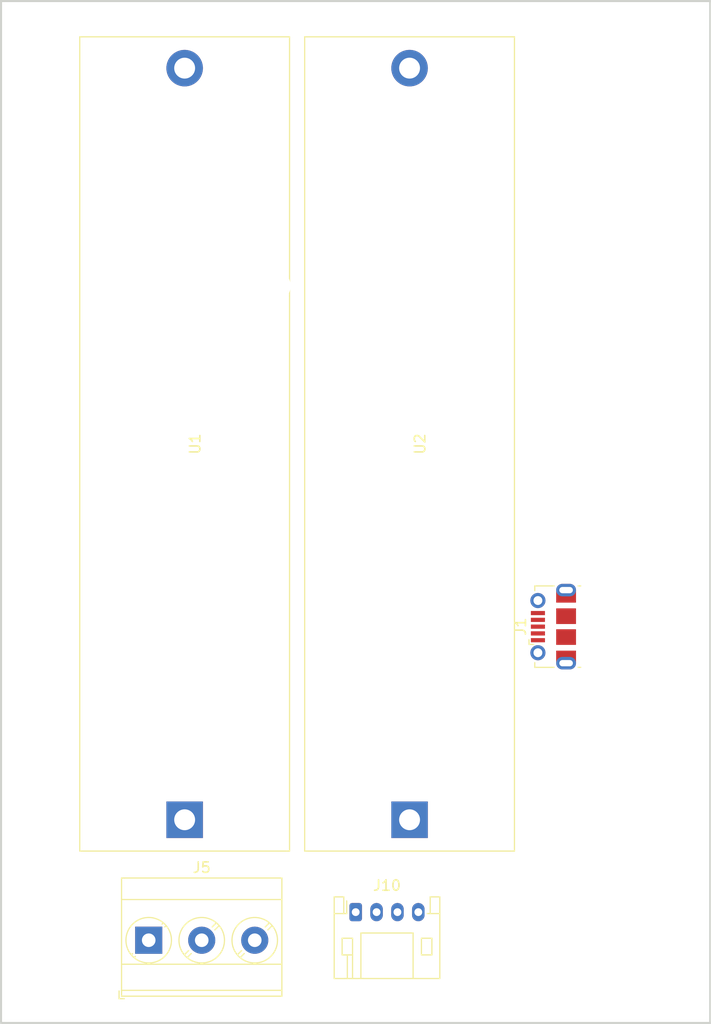
<source format=kicad_pcb>
(kicad_pcb (version 20240108) (generator "pcbnew") (generator_version "8.0")
  (title_block (title "PCB Weather station") (date "2024-11-10") (rev "1.0") (company "CREPP") (comment 1 "By NLG"))
  (layers (0 "F.Cu" signal) (31 "B.Cu" signal) (34 "B.Paste" user) (35 "F.Paste" user) (36 "B.SilkS" user "B.Silkscreen") (37 "F.SilkS" user "F.Silkscreen") (38 "B.Mask" user) (39 "F.Mask" user) (44 "Edge.Cuts" user))
  (net 0 "")
  (footprint "Battery:BatteryHolder_MPD_BH-18650-PC2" (layer "F.Cu") (at 145.3026 105.6804 90)
    (property "Reference" "U1" (at 36 1 270) (layer "F.SilkS"))
    (property "Value" "~")
    (fp_line (start 75 -10.05) (end 75 10.05) (stroke (width 0.12)) (layer "F.SilkS"))
    (fp_line (start -3 -10.05) (end 75 -10.05) (stroke (width 0.12)) (layer "F.SilkS"))
    (fp_line (start 75 10.05) (end -3 10.05) (stroke (width 0.12)) (layer "F.SilkS"))
    (fp_line (start -3 10.05) (end -3 -10.05) (stroke (width 0.12)) (layer "F.SilkS"))
    (pad "" np_thru_hole circle (at 8.645 0 90) (size 3.2 3.2) (drill 3.2) (layers "*.Cu" "*.Mask"))
    (pad "" np_thru_hole circle (at 64.255 0 90) (size 3.2 3.2) (drill 3.2) (layers "*.Cu" "*.Mask"))
    (pad "1" thru_hole rect (at 0 0 90) (size 3.5 3.5) (drill 2) (layers "*.Cu" "*.Mask"))
    (pad "2" thru_hole circle (at 72 0 90) (size 3.5 3.5) (drill 2) (layers "*.Cu" "*.Mask"))
  )
  (footprint "MountingHole:MountingHole_3.2mm_M3" (layer "F.Cu") (at 153.8478 54.5338)
    (property "Reference" "H2" (hide yes))
    (property "Value" "MountingHole_Pad" (hide yes))
    (pad "" np_thru_hole circle (at 0 0) (size 3.2 3.2) (drill 3.2) (layers "*.Cu" "*.Mask"))
  )
  (footprint "Battery:BatteryHolder_MPD_BH-18650-PC2" (layer "F.Cu") (at 166.8526 105.6804 90)
    (property "Reference" "U2" (at 36 1 270) (layer "F.SilkS"))
    (property "Value" "~")
    (fp_line (start 75 -10.05) (end 75 10.05) (stroke (width 0.12)) (layer "F.SilkS"))
    (fp_line (start -3 -10.05) (end 75 -10.05) (stroke (width 0.12)) (layer "F.SilkS"))
    (fp_line (start 75 10.05) (end -3 10.05) (stroke (width 0.12)) (layer "F.SilkS"))
    (fp_line (start -3 10.05) (end -3 -10.05) (stroke (width 0.12)) (layer "F.SilkS"))
    (pad "" np_thru_hole circle (at 8.645 0 90) (size 3.2 3.2) (drill 3.2) (layers "*.Cu" "*.Mask"))
    (pad "" np_thru_hole circle (at 64.255 0 90) (size 3.2 3.2) (drill 3.2) (layers "*.Cu" "*.Mask"))
    (pad "1" thru_hole rect (at 0 0 90) (size 3.5 3.5) (drill 2) (layers "*.Cu" "*.Mask"))
    (pad "2" thru_hole circle (at 72 0 90) (size 3.5 3.5) (drill 2) (layers "*.Cu" "*.Mask"))
  )
  (footprint "MountingHole:MountingHole_3.2mm_M3" (layer "F.Cu") (at 189.6872 118.999)
    (property "Reference" "H4" (hide yes))
    (property "Value" "MountingHole_Pad" (hide yes))
    (pad "" np_thru_hole circle (at 0 0) (size 3.2 3.2) (drill 3.2) (layers "*.Cu" "*.Mask"))
  )
  (footprint "Connector_JST:JST_PH_S4B-PH-K_1x04_P2.00mm_Horizontal" (layer "F.Cu") (at 161.6908 114.5286)
    (property "Reference" "J10" (at 3 -2.55 0) (layer "F.SilkS"))
    (property "Value" "Conn_01x04_Pin")
    (fp_line (start -2.06 -1.46) (end -2.06 6.36) (stroke (width 0.12)) (layer "F.SilkS"))
    (fp_line (start -2.06 0.14) (end -1.14 0.14) (stroke (width 0.12)) (layer "F.SilkS"))
    (fp_line (start -2.06 6.36) (end 8.06 6.36) (stroke (width 0.12)) (layer "F.SilkS"))
    (fp_line (start -1.3 2.5) (end -1.3 4.1) (stroke (width 0.12)) (layer "F.SilkS"))
    (fp_line (start -1.3 4.1) (end -0.3 4.1) (stroke (width 0.12)) (layer "F.SilkS"))
    (fp_line (start -1.14 -1.46) (end -2.06 -1.46) (stroke (width 0.12)) (layer "F.SilkS"))
    (fp_line (start -1.14 0.14) (end -1.14 -1.46) (stroke (width 0.12)) (layer "F.SilkS"))
    (fp_line (start -0.86 0.14) (end -1.14 0.14) (stroke (width 0.12)) (layer "F.SilkS"))
    (fp_line (start -0.86 0.14) (end -0.86 -1.075) (stroke (width 0.12)) (layer "F.SilkS"))
    (fp_line (start -0.8 4.1) (end -0.8 6.36) (stroke (width 0.12)) (layer "F.SilkS"))
    (fp_line (start -0.3 2.5) (end -1.3 2.5) (stroke (width 0.12)) (layer "F.SilkS"))
    (fp_line (start -0.3 4.1) (end -0.3 2.5) (stroke (width 0.12)) (layer "F.SilkS"))
    (fp_line (start -0.3 4.1) (end -0.3 6.36) (stroke (width 0.12)) (layer "F.SilkS"))
    (fp_line (start 0.5 2) (end 5.5 2) (stroke (width 0.12)) (layer "F.SilkS"))
    (fp_line (start 0.5 6.36) (end 0.5 2) (stroke (width 0.12)) (layer "F.SilkS"))
    (fp_line (start 5.5 2) (end 5.5 6.36) (stroke (width 0.12)) (layer "F.SilkS"))
    (fp_line (start 6.3 2.5) (end 7.3 2.5) (stroke (width 0.12)) (layer "F.SilkS"))
    (fp_line (start 6.3 4.1) (end 6.3 2.5) (stroke (width 0.12)) (layer "F.SilkS"))
    (fp_line (start 7.14 -1.46) (end 7.14 0.14) (stroke (width 0.12)) (layer "F.SilkS"))
    (fp_line (start 7.14 0.14) (end 6.86 0.14) (stroke (width 0.12)) (layer "F.SilkS"))
    (fp_line (start 7.3 2.5) (end 7.3 4.1) (stroke (width 0.12)) (layer "F.SilkS"))
    (fp_line (start 7.3 4.1) (end 6.3 4.1) (stroke (width 0.12)) (layer "F.SilkS"))
    (fp_line (start 8.06 -1.46) (end 7.14 -1.46) (stroke (width 0.12)) (layer "F.SilkS"))
    (fp_line (start 8.06 0.14) (end 7.14 0.14) (stroke (width 0.12)) (layer "F.SilkS"))
    (fp_line (start 8.06 6.36) (end 8.06 -1.46) (stroke (width 0.12)) (layer "F.SilkS"))
    (pad "1" thru_hole roundrect (at 0 0) (size 1.2 1.75) (drill 0.75) (layers "*.Cu" "*.Mask") (roundrect_rratio 0.208333))
    (pad "2" thru_hole oval (at 2 0) (size 1.2 1.75) (drill 0.75) (layers "*.Cu" "*.Mask"))
    (pad "3" thru_hole oval (at 4 0) (size 1.2 1.75) (drill 0.75) (layers "*.Cu" "*.Mask"))
    (pad "4" thru_hole oval (at 6 0) (size 1.2 1.75) (drill 0.75) (layers "*.Cu" "*.Mask"))
  )
  (footprint "TerminalBlock_Phoenix:TerminalBlock_Phoenix_MKDS-3-3-5.08_1x03_P5.08mm_Horizontal" (layer "F.Cu") (at 141.859 117.221)
    (property "Reference" "J5" (at 5.08 -6.96 360) (layer "F.SilkS"))
    (property "Value" "Screw_Terminal_01x03_2.54mm [CREPP]")
    (fp_line (start -2.84 4.86) (end -2.84 5.6) (stroke (width 0.12)) (layer "F.SilkS"))
    (fp_line (start -2.84 5.6) (end -2.34 5.6) (stroke (width 0.12)) (layer "F.SilkS"))
    (fp_line (start -2.6 -5.96) (end -2.6 5.36) (stroke (width 0.12)) (layer "F.SilkS"))
    (fp_line (start -2.6 -5.96) (end 12.76 -5.96) (stroke (width 0.12)) (layer "F.SilkS"))
    (fp_line (start -2.6 -3.9) (end 12.76 -3.9) (stroke (width 0.12)) (layer "F.SilkS"))
    (fp_line (start -2.6 2.3) (end 12.76 2.3) (stroke (width 0.12)) (layer "F.SilkS"))
    (fp_line (start -2.6 4.8) (end 12.76 4.8) (stroke (width 0.12)) (layer "F.SilkS"))
    (fp_line (start -2.6 5.36) (end 12.76 5.36) (stroke (width 0.12)) (layer "F.SilkS"))
    (fp_line (start -1.548 1.281) (end -1.654 1.388) (stroke (width 0.12)) (layer "F.SilkS"))
    (fp_line (start -1.282 1.547) (end -1.388 1.654) (stroke (width 0.12)) (layer "F.SilkS"))
    (fp_line (start 1.388 -1.654) (end 1.281 -1.547) (stroke (width 0.12)) (layer "F.SilkS"))
    (fp_line (start 1.654 -1.388) (end 1.547 -1.281) (stroke (width 0.12)) (layer "F.SilkS"))
    (fp_line (start 3.822 0.992) (end 3.427 1.388) (stroke (width 0.12)) (layer "F.SilkS"))
    (fp_line (start 4.073 1.274) (end 3.693 1.654) (stroke (width 0.12)) (layer "F.SilkS"))
    (fp_line (start 6.468 -1.654) (end 6.088 -1.274) (stroke (width 0.12)) (layer "F.SilkS"))
    (fp_line (start 6.734 -1.388) (end 6.339 -0.992) (stroke (width 0.12)) (layer "F.SilkS"))
    (fp_line (start 8.902 0.992) (end 8.507 1.388) (stroke (width 0.12)) (layer "F.SilkS"))
    (fp_line (start 9.153 1.274) (end 8.773 1.654) (stroke (width 0.12)) (layer "F.SilkS"))
    (fp_line (start 11.548 -1.654) (end 11.168 -1.274) (stroke (width 0.12)) (layer "F.SilkS"))
    (fp_line (start 11.814 -1.388) (end 11.419 -0.992) (stroke (width 0.12)) (layer "F.SilkS"))
    (fp_line (start 12.76 -5.96) (end 12.76 5.36) (stroke (width 0.12)) (layer "F.SilkS"))
    (fp_circle (center 0 0) (end 2.18 0) (stroke (width 0.12)) (fill none) (layer "F.SilkS"))
    (fp_circle (center 5.08 0) (end 7.26 0) (stroke (width 0.12)) (fill none) (layer "F.SilkS"))
    (fp_circle (center 10.16 0) (end 12.34 0) (stroke (width 0.12)) (fill none) (layer "F.SilkS"))
    (pad "1" thru_hole rect (at 0 0) (size 2.6 2.6) (drill 1.3) (layers "*.Cu" "*.Mask"))
    (pad "2" thru_hole circle (at 5.08 0) (size 2.6 2.6) (drill 1.3) (layers "*.Cu" "*.Mask"))
    (pad "3" thru_hole circle (at 10.16 0) (size 2.6 2.6) (drill 1.3) (layers "*.Cu" "*.Mask"))
  )
  (footprint "MountingHole:MountingHole_3.2mm_M3" (layer "F.Cu") (at 131.6736 119.0498)
    (property "Reference" "H3" (hide yes))
    (property "Value" "MountingHole_Pad" (hide yes))
    (pad "" np_thru_hole circle (at 0 0) (size 3.2 3.2) (drill 3.2) (layers "*.Cu" "*.Mask"))
  )
  (footprint "MountingHole:MountingHole_3.2mm_M3" (layer "F.Cu") (at 164.0078 59.8424)
    (property "Reference" "H1" (hide yes))
    (property "Value" "MountingHole_Pad" (hide yes))
    (pad "" np_thru_hole circle (at 0 0) (size 3.2 3.2) (drill 3.2) (layers "*.Cu" "*.Mask"))
  )
  (footprint "Connector_USB:USB_Micro-B_Molex-105017-0001" (layer "F.Cu") (at 180.6126 87.1804 90)
    (property "Reference" "J1" (at 0 -3.1125 270) (layer "F.SilkS"))
    (property "Value" "USB_B_Micro")
    (fp_line (start -1.7 -2.3125) (end -1.25 -2.3125) (stroke (width 0.12)) (layer "F.SilkS"))
    (fp_line (start -1.7 -2.3125) (end -1.7 -1.8625) (stroke (width 0.12)) (layer "F.SilkS"))
    (fp_line (start 3.9 -1.7625) (end 3.45 -1.7625) (stroke (width 0.12)) (layer "F.SilkS"))
    (fp_line (start -3.9 -1.7625) (end -3.45 -1.7625) (stroke (width 0.12)) (layer "F.SilkS"))
    (fp_line (start 3.9 0.0875) (end 3.9 -1.7625) (stroke (width 0.12)) (layer "F.SilkS"))
    (fp_line (start -3.9 0.0875) (end -3.9 -1.7625) (stroke (width 0.12)) (layer "F.SilkS"))
    (fp_line (start 3.9 2.6375) (end 3.9 2.3875) (stroke (width 0.12)) (layer "F.SilkS"))
    (fp_line (start -3.9 2.6375) (end -3.9 2.3875) (stroke (width 0.12)) (layer "F.SilkS"))
    (pad "1" smd rect (at -1.3 -1.4625 90) (size 0.4 1.35) (layers "F.Cu" "F.Paste" "F.Mask"))
    (pad "2" smd rect (at -0.65 -1.4625 90) (size 0.4 1.35) (layers "F.Cu" "F.Paste" "F.Mask"))
    (pad "3" smd rect (at 0 -1.4625 90) (size 0.4 1.35) (layers "F.Cu" "F.Paste" "F.Mask"))
    (pad "4" smd rect (at 0.65 -1.4625 90) (size 0.4 1.35) (layers "F.Cu" "F.Paste" "F.Mask"))
    (pad "5" smd rect (at 1.3 -1.4625 90) (size 0.4 1.35) (layers "F.Cu" "F.Paste" "F.Mask"))
    (pad "6" thru_hole oval (at -3.5 1.2375 270) (size 1.2 1.9) (drill oval 0.6 1.3) (layers "*.Cu" "*.Mask"))
    (pad "6" smd rect (at -2.9 1.2375 90) (size 1.2 1.9) (layers "F.Cu" "F.Mask"))
    (pad "6" thru_hole circle (at -2.5 -1.4625 90) (size 1.45 1.45) (drill 0.85) (layers "*.Cu" "*.Mask"))
    (pad "6" smd rect (at -1 1.2375 90) (size 1.5 1.9) (layers "F.Cu" "F.Paste" "F.Mask"))
    (pad "6" smd rect (at 1 1.2375 90) (size 1.5 1.9) (layers "F.Cu" "F.Paste" "F.Mask"))
    (pad "6" thru_hole circle (at 2.5 -1.4625 90) (size 1.45 1.45) (drill 0.85) (layers "*.Cu" "*.Mask"))
    (pad "6" smd rect (at 2.9 1.2375 90) (size 1.2 1.9) (layers "F.Cu" "F.Mask"))
    (pad "6" thru_hole oval (at 3.5 1.2375 90) (size 1.2 1.9) (drill oval 0.6 1.3) (layers "*.Cu" "*.Mask"))
  )
  (gr_rect (start 127.7112 27.2542) (end 195.6562 125.1458) (stroke (width 0.2)) (fill none) (layer "Edge.Cuts"))
)
</source>
